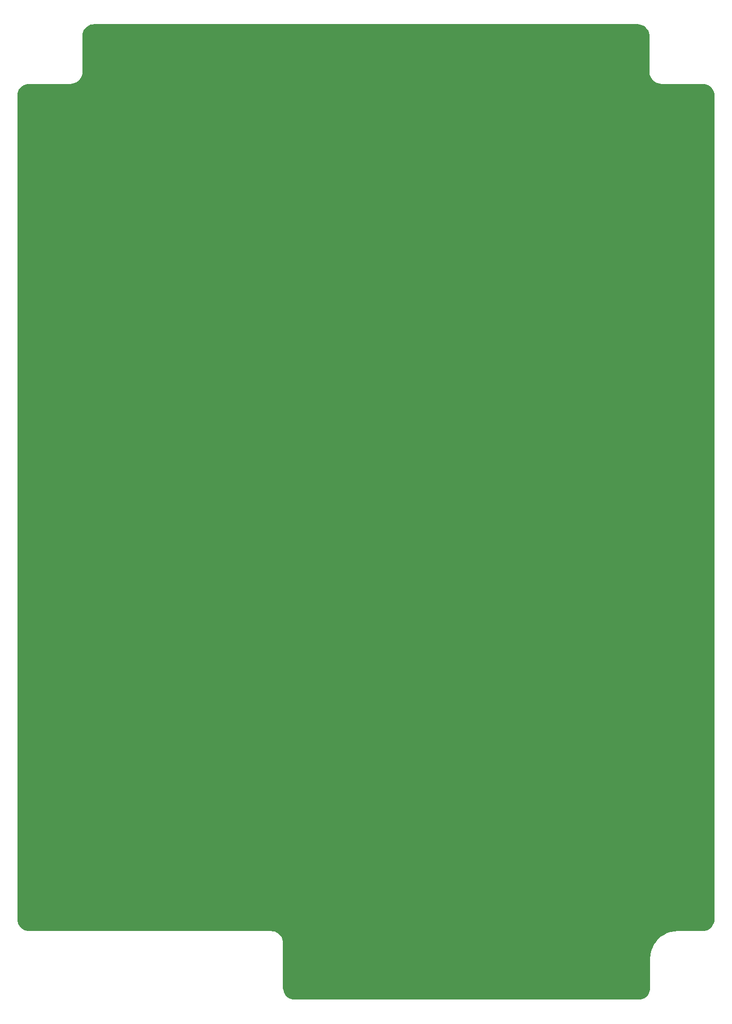
<source format=gbr>
G04 EAGLE Gerber RS-274X export*
G75*
%MOMM*%
%FSLAX34Y34*%
%LPD*%
%IN*%
%IPPOS*%
%AMOC8*
5,1,8,0,0,1.08239X$1,22.5*%
G01*

G36*
X1052340Y-4D02*
X1052340Y-4D01*
X1055469Y242D01*
X1055470Y242D01*
X1058521Y975D01*
X1058522Y975D01*
X1061421Y2176D01*
X1061422Y2176D01*
X1064098Y3816D01*
X1064098Y3817D01*
X1064098Y3816D01*
X1066485Y5855D01*
X1068524Y8242D01*
X1070164Y10918D01*
X1070164Y10919D01*
X1071365Y13818D01*
X1071365Y13819D01*
X1072098Y16870D01*
X1072098Y16871D01*
X1072344Y20000D01*
X1072344Y70006D01*
X1072738Y76006D01*
X1073911Y81904D01*
X1075844Y87598D01*
X1078503Y92991D01*
X1081844Y97991D01*
X1085808Y102512D01*
X1090329Y106476D01*
X1095329Y109817D01*
X1100722Y112476D01*
X1106416Y114409D01*
X1112314Y115582D01*
X1118314Y115976D01*
X1161128Y115976D01*
X1164257Y116222D01*
X1164258Y116222D01*
X1167309Y116955D01*
X1167310Y116955D01*
X1170209Y118156D01*
X1170210Y118156D01*
X1172886Y119796D01*
X1172886Y119797D01*
X1172886Y119796D01*
X1175273Y121835D01*
X1177312Y124222D01*
X1178952Y126898D01*
X1178952Y126899D01*
X1180153Y129798D01*
X1180153Y129799D01*
X1180886Y132850D01*
X1180886Y132851D01*
X1181132Y135980D01*
X1181132Y1530000D01*
X1180886Y1533129D01*
X1180886Y1533130D01*
X1180153Y1536181D01*
X1180153Y1536182D01*
X1178952Y1539081D01*
X1178952Y1539082D01*
X1177312Y1541758D01*
X1175273Y1544145D01*
X1172886Y1546184D01*
X1170210Y1547824D01*
X1170209Y1547824D01*
X1167310Y1549025D01*
X1167309Y1549025D01*
X1164258Y1549758D01*
X1164257Y1549758D01*
X1161128Y1550004D01*
X1091128Y1550004D01*
X1088000Y1550250D01*
X1084949Y1550983D01*
X1082050Y1552184D01*
X1079375Y1553823D01*
X1076989Y1555861D01*
X1074951Y1558247D01*
X1073312Y1560922D01*
X1072111Y1563821D01*
X1071378Y1566872D01*
X1071132Y1570000D01*
X1071132Y1630032D01*
X1070956Y1633241D01*
X1070280Y1636383D01*
X1069122Y1639380D01*
X1069121Y1639380D01*
X1069122Y1639381D01*
X1067509Y1642160D01*
X1067508Y1642160D01*
X1067509Y1642161D01*
X1065481Y1644653D01*
X1065481Y1644654D01*
X1063089Y1646799D01*
X1063088Y1646799D01*
X1063088Y1646800D01*
X1060390Y1648545D01*
X1060390Y1648544D01*
X1060390Y1648545D01*
X1057452Y1649847D01*
X1057451Y1649846D01*
X1057451Y1649847D01*
X1054346Y1650673D01*
X1051149Y1651004D01*
X130021Y1651004D01*
X126889Y1650762D01*
X123834Y1650032D01*
X123833Y1650032D01*
X120931Y1648833D01*
X120930Y1648833D01*
X118251Y1647194D01*
X118251Y1647193D01*
X118250Y1647194D01*
X115861Y1645155D01*
X115860Y1645155D01*
X113819Y1642768D01*
X113819Y1642767D01*
X112177Y1640090D01*
X112177Y1640089D01*
X110975Y1637188D01*
X110975Y1637187D01*
X110242Y1634133D01*
X110241Y1634132D01*
X109996Y1631001D01*
X109996Y1570000D01*
X109750Y1566872D01*
X109017Y1563821D01*
X107816Y1560922D01*
X106177Y1558247D01*
X104139Y1555861D01*
X101753Y1553823D01*
X99078Y1552184D01*
X96179Y1550983D01*
X93128Y1550250D01*
X90000Y1550004D01*
X20000Y1550004D01*
X16871Y1549758D01*
X16870Y1549758D01*
X13819Y1549025D01*
X13818Y1549025D01*
X10919Y1547824D01*
X10918Y1547824D01*
X8242Y1546184D01*
X5855Y1544145D01*
X3816Y1541758D01*
X2176Y1539082D01*
X2176Y1539081D01*
X975Y1536182D01*
X975Y1536181D01*
X242Y1533130D01*
X242Y1533129D01*
X-4Y1530000D01*
X-4Y136000D01*
X242Y132871D01*
X242Y132870D01*
X975Y129819D01*
X975Y129818D01*
X2176Y126919D01*
X2176Y126918D01*
X3816Y124242D01*
X3817Y124242D01*
X3816Y124242D01*
X5855Y121855D01*
X8242Y119816D01*
X10918Y118176D01*
X10919Y118176D01*
X13818Y116975D01*
X13819Y116975D01*
X16870Y116242D01*
X16871Y116242D01*
X20000Y115996D01*
X430000Y115996D01*
X433128Y115750D01*
X436179Y115017D01*
X439078Y113816D01*
X441753Y112177D01*
X444139Y110139D01*
X446177Y107753D01*
X447816Y105078D01*
X449017Y102179D01*
X449750Y99128D01*
X449996Y96000D01*
X449996Y20000D01*
X450242Y16871D01*
X450242Y16870D01*
X450975Y13819D01*
X450975Y13818D01*
X452176Y10919D01*
X452176Y10918D01*
X453816Y8242D01*
X453817Y8242D01*
X453816Y8242D01*
X455855Y5855D01*
X458242Y3816D01*
X460918Y2176D01*
X460919Y2176D01*
X463818Y975D01*
X463819Y975D01*
X466870Y242D01*
X466871Y242D01*
X470000Y-4D01*
X1052340Y-4D01*
X1052340Y-4D01*
G37*
M02*

</source>
